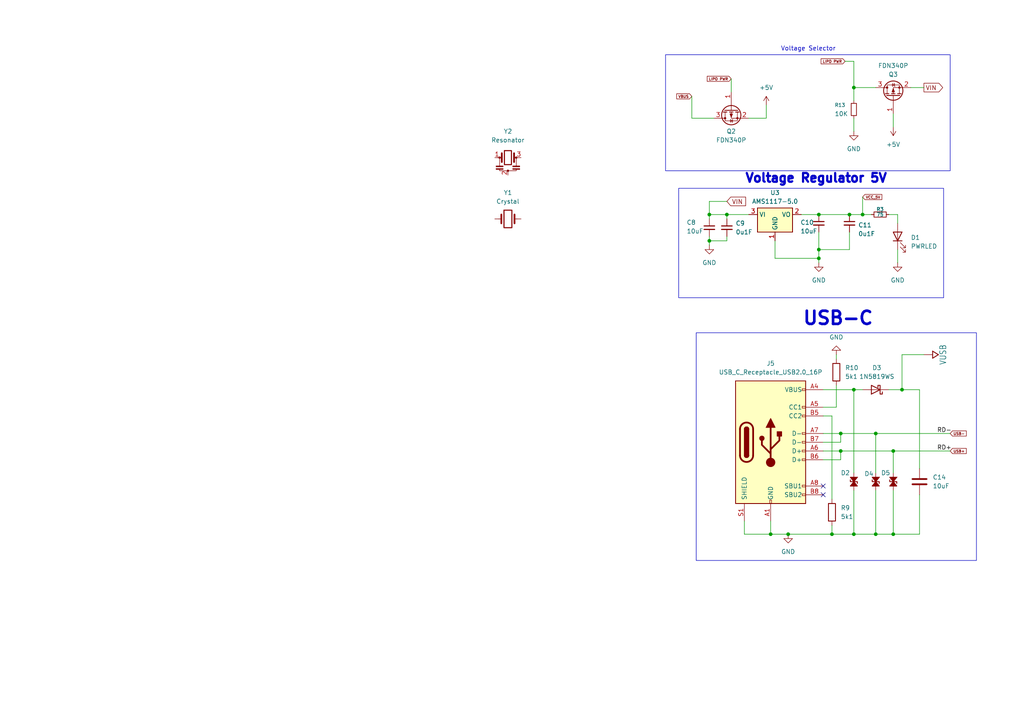
<source format=kicad_sch>
(kicad_sch (version 20250114) (generator "eeschema") (generator_version "9.0")
  (paper "A4")
  (title_block (title "T.A.C.O.S"))
  (lib_symbols
    (symbol "Connector:USB_C_Receptacle_USB2.0_16P" (pin_names (offset 1.016))
      (property "Reference" "J" (at 0 22.225 0))
      (property "Value" "USB_C_Receptacle_USB2.0_16P" (at 0 19.685 0))
      (symbol "USB_C_Receptacle_USB2.0_16P_0_0"
        (rectangle (start -0.254 -17.78) (end 0.254 -16.764))
        (rectangle (start 10.16 15.494) (end 9.144 14.986))
        (rectangle (start 10.16 10.414) (end 9.144 9.906))
        (rectangle (start 10.16 7.874) (end 9.144 7.366))
        (rectangle (start 10.16 2.794) (end 9.144 2.286))
        (rectangle (start 10.16 0.254) (end 9.144 -0.254))
        (rectangle (start 10.16 -2.286) (end 9.144 -2.794))
        (rectangle (start 10.16 -4.826) (end 9.144 -5.334))
        (rectangle (start 10.16 -12.446) (end 9.144 -12.954))
        (rectangle (start 10.16 -14.986) (end 9.144 -15.494))
      )
      (symbol "USB_C_Receptacle_USB2.0_16P_0_1"
        (rectangle (start -10.16 17.78) (end 10.16 -17.78) (stroke (width 0.254)) (fill (type background)))
        (polyline (pts (xy -8.89 -3.81) (xy -8.89 3.81)) (stroke (width 0.508)))
        (rectangle (start -7.62 -3.81) (end -6.35 3.81) (stroke (width 0.254)) (fill (type outline)))
        (arc (start -7.62 3.81) (mid -6.985 4.4423) (end -6.35 3.81) (stroke (width 0.254)))
        (arc (start -7.62 3.81) (mid -6.985 4.4423) (end -6.35 3.81) (stroke (width 0.254)) (fill (type outline)))
        (arc (start -8.89 3.81) (mid -6.985 5.7067) (end -5.08 3.81) (stroke (width 0.508)))
        (arc (start -5.08 -3.81) (mid -6.985 -5.7067) (end -8.89 -3.81) (stroke (width 0.508)))
        (arc (start -6.35 -3.81) (mid -6.985 -4.4423) (end -7.62 -3.81) (stroke (width 0.254)))
        (arc (start -6.35 -3.81) (mid -6.985 -4.4423) (end -7.62 -3.81) (stroke (width 0.254)) (fill (type outline)))
        (polyline (pts (xy -5.08 3.81) (xy -5.08 -3.81)) (stroke (width 0.508)))
        (circle (center -2.54 1.143) (radius 0.635) (stroke (width 0.254)) (fill (type outline)))
        (polyline (pts (xy -1.27 4.318) (xy 0 6.858) (xy 1.27 4.318) (xy -1.27 4.318)) (stroke (width 0.254)) (fill (type outline)))
        (polyline (pts (xy 0 -2.032) (xy 2.54 0.508) (xy 2.54 1.778)) (stroke (width 0.508)))
        (polyline (pts (xy 0 -3.302) (xy -2.54 -0.762) (xy -2.54 0.508)) (stroke (width 0.508)))
        (polyline (pts (xy 0 -5.842) (xy 0 4.318)) (stroke (width 0.508)))
        (circle (center 0 -5.842) (radius 1.27) (fill (type outline)))
        (rectangle (start 1.905 1.778) (end 3.175 3.048) (stroke (width 0.254)) (fill (type outline)))
      )
      (symbol "USB_C_Receptacle_USB2.0_16P_1_1"
        (pin passive line (at -7.62 -22.86 90) (length 5.08) (name "SHIELD") (number "S1"))
        (pin passive line (at 0 -22.86 90) (length 5.08) (name "GND") (number "A1"))
        (pin passive line (at 0 -22.86 90) (length 5.08) (hide yes) (name "GND") (number "A12"))
        (pin passive line (at 0 -22.86 90) (length 5.08) (hide yes) (name "GND") (number "B1"))
        (pin passive line (at 0 -22.86 90) (length 5.08) (hide yes) (name "GND") (number "B12"))
        (pin passive line (at 15.24 15.24 180) (length 5.08) (name "VBUS") (number "A4"))
        (pin passive line (at 15.24 15.24 180) (length 5.08) (hide yes) (name "VBUS") (number "A9"))
        (pin passive line (at 15.24 15.24 180) (length 5.08) (hide yes) (name "VBUS") (number "B4"))
        (pin passive line (at 15.24 15.24 180) (length 5.08) (hide yes) (name "VBUS") (number "B9"))
        (pin bidirectional line (at 15.24 10.16 180) (length 5.08) (name "CC1") (number "A5"))
        (pin bidirectional line (at 15.24 7.62 180) (length 5.08) (name "CC2") (number "B5"))
        (pin bidirectional line (at 15.24 2.54 180) (length 5.08) (name "D-") (number "A7"))
        (pin bidirectional line (at 15.24 0 180) (length 5.08) (name "D-") (number "B7"))
        (pin bidirectional line (at 15.24 -2.54 180) (length 5.08) (name "D+") (number "A6"))
        (pin bidirectional line (at 15.24 -5.08 180) (length 5.08) (name "D+") (number "B6"))
        (pin bidirectional line (at 15.24 -12.7 180) (length 5.08) (name "SBU1") (number "A8"))
        (pin bidirectional line (at 15.24 -15.24 180) (length 5.08) (name "SBU2") (number "B8"))
      )
    )
    (symbol "Device:C" (pin_numbers (hide yes)) (pin_names (offset 0.254))
      (property "Reference" "C" (at 0.635 2.54 0))
      (property "Value" "C" (at 0.635 -2.54 0))
      (symbol "C_0_1"
        (polyline (pts (xy -2.032 0.762) (xy 2.032 0.762)) (stroke (width 0.508)))
        (polyline (pts (xy -2.032 -0.762) (xy 2.032 -0.762)) (stroke (width 0.508)))
      )
      (symbol "C_1_1"
        (pin passive line (at 0 3.81 270) (length 2.794) (name "~") (number "1"))
        (pin passive line (at 0 -3.81 90) (length 2.794) (name "~") (number "2"))
      )
    )
    (symbol "Device:C_Small" (pin_numbers (hide yes)) (pin_names (offset 0.254) (hide yes))
      (property "Reference" "C" (at 0.254 1.778 0))
      (property "Value" "C_Small" (at 0.254 -2.032 0))
      (symbol "C_Small_0_1"
        (polyline (pts (xy -1.524 0.508) (xy 1.524 0.508)) (stroke (width 0.3048)))
        (polyline (pts (xy -1.524 -0.508) (xy 1.524 -0.508)) (stroke (width 0.3302)))
      )
      (symbol "C_Small_1_1"
        (pin passive line (at 0 2.54 270) (length 2.032) (name "~") (number "1"))
        (pin passive line (at 0 -2.54 90) (length 2.032) (name "~") (number "2"))
      )
    )
    (symbol "Device:Crystal" (pin_numbers (hide yes)) (pin_names (offset 1.016) (hide yes))
      (property "Reference" "Y" (at 0 3.81 0))
      (property "Value" "Crystal" (at 0 -3.81 0))
      (symbol "Crystal_0_1"
        (polyline (pts (xy -2.54 0) (xy -1.905 0)))
        (polyline (pts (xy -1.905 -1.27) (xy -1.905 1.27)) (stroke (width 0.508)))
        (rectangle (start -1.143 2.54) (end 1.143 -2.54) (stroke (width 0.3048)))
        (polyline (pts (xy 1.905 -1.27) (xy 1.905 1.27)) (stroke (width 0.508)))
        (polyline (pts (xy 2.54 0) (xy 1.905 0)))
      )
      (symbol "Crystal_1_1"
        (pin passive line (at -3.81 0 0) (length 1.27) (name "1") (number "1"))
        (pin passive line (at 3.81 0 180) (length 1.27) (name "2") (number "2"))
      )
    )
    (symbol "Device:D_TVS_Small_Filled" (pin_numbers (hide yes)) (pin_names (offset 1.016) (hide yes))
      (property "Reference" "D" (at 0 2.54 0))
      (property "Value" "D_TVS_Small_Filled" (at 0 -2.54 0))
      (symbol "D_TVS_Small_Filled_0_1"
        (polyline (pts (xy -1.27 0) (xy 1.27 0)))
        (polyline (pts (xy 0.508 1.016) (xy 0 1.016) (xy 0 -1.016) (xy -0.508 -1.016)) (stroke (width 0.254)))
      )
      (symbol "D_TVS_Small_Filled_1_1"
        (polyline (pts (xy -1.27 1.016) (xy -1.27 -1.016) (xy 0 0) (xy -1.27 1.016)) (stroke (width 0.254)) (fill (type outline)))
        (polyline (pts (xy 0 0) (xy 1.27 1.016) (xy 1.27 -1.016) (xy 0 0)) (stroke (width 0.254)) (fill (type outline)))
        (pin passive line (at -2.54 0 0) (length 1.27) (name "A1") (number "1"))
        (pin passive line (at 2.54 0 180) (length 1.27) (name "A2") (number "2"))
      )
    )
    (symbol "Device:LED" (pin_numbers (hide yes)) (pin_names (offset 1.016) (hide yes))
      (property "Reference" "D" (at 0 2.54 0))
      (property "Value" "LED" (at 0 -2.54 0))
      (symbol "LED_0_1"
        (polyline (pts (xy -3.048 -0.762) (xy -4.572 -2.286) (xy -3.81 -2.286) (xy -4.572 -2.286) (xy -4.572 -1.524)))
        (polyline (pts (xy -1.778 -0.762) (xy -3.302 -2.286) (xy -2.54 -2.286) (xy -3.302 -2.286) (xy -3.302 -1.524)))
        (polyline (pts (xy -1.27 0) (xy 1.27 0)))
        (polyline (pts (xy -1.27 -1.27) (xy -1.27 1.27)) (stroke (width 0.254)))
        (polyline (pts (xy 1.27 -1.27) (xy 1.27 1.27) (xy -1.27 0) (xy 1.27 -1.27)) (stroke (width 0.254)))
      )
      (symbol "LED_1_1"
        (pin passive line (at -3.81 0 0) (length 2.54) (name "K") (number "1"))
        (pin passive line (at 3.81 0 180) (length 2.54) (name "A") (number "2"))
      )
    )
    (symbol "Device:R" (pin_numbers (hide yes)) (pin_names (offset 0))
      (property "Reference" "R" (at 2.032 0 90))
      (property "Value" "R" (at 0 0 90))
      (symbol "R_0_1"
        (rectangle (start -1.016 -2.54) (end 1.016 2.54) (stroke (width 0.254)))
      )
      (symbol "R_1_1"
        (pin passive line (at 0 3.81 270) (length 1.27) (name "~") (number "1"))
        (pin passive line (at 0 -3.81 90) (length 1.27) (name "~") (number "2"))
      )
    )
    (symbol "Device:R_Small" (pin_numbers (hide yes)) (pin_names (offset 0.254) (hide yes))
      (property "Reference" "R" (at 0 0 90))
      (property "Value" "R_Small" (at 1.778 0 90))
      (symbol "R_Small_0_1"
        (rectangle (start -0.762 1.778) (end 0.762 -1.778) (stroke (width 0.2032)))
      )
      (symbol "R_Small_1_1"
        (pin passive line (at 0 2.54 270) (length 0.762) (name "~") (number "1"))
        (pin passive line (at 0 -2.54 90) (length 0.762) (name "~") (number "2"))
      )
    )
    (symbol "Device:Resonator" (pin_names (offset 1.016) (hide yes))
      (property "Reference" "Y" (at 0 5.715 0))
      (property "Value" "Resonator" (at 0 3.81 0))
      (symbol "Resonator_0_1"
        (rectangle (start -3.429 -2.413) (end -1.397 -2.667) (fill (type outline)))
        (rectangle (start -3.429 -3.175) (end -1.397 -3.429) (fill (type outline)))
        (circle (center -2.413 0) (radius 0.254) (fill (type outline)))
        (polyline (pts (xy -2.413 -2.413) (xy -2.413 0)))
        (polyline (pts (xy -1.905 0) (xy -3.175 0)))
        (polyline (pts (xy -1.778 -1.27) (xy -1.778 1.27)) (stroke (width 0.508)))
        (rectangle (start -1.016 2.032) (end 1.016 -2.032) (stroke (width 0.3048)))
        (circle (center 0 -3.81) (radius 0.254) (fill (type outline)))
        (rectangle (start 1.397 -2.413) (end 3.429 -2.667) (fill (type outline)))
        (rectangle (start 1.397 -3.175) (end 3.429 -3.429) (fill (type outline)))
        (polyline (pts (xy 1.778 -1.27) (xy 1.778 1.27)) (stroke (width 0.508)))
        (polyline (pts (xy 1.905 0) (xy 2.54 0)))
        (polyline (pts (xy 2.413 0) (xy 2.413 -2.54)))
        (circle (center 2.413 0) (radius 0.254) (fill (type outline)))
        (polyline (pts (xy 2.413 -3.302) (xy 2.413 -3.81) (xy -2.413 -3.81) (xy -2.413 -3.302)))
      )
      (symbol "Resonator_1_1"
        (pin passive line (at -3.81 0 0) (length 1.27) (name "1") (number "1"))
        (pin passive line (at 0 -5.08 90) (length 1.27) (name "2") (number "2"))
        (pin passive line (at 3.81 0 180) (length 1.27) (name "3") (number "3"))
      )
    )
    (symbol "Diode:1N5819WS" (pin_numbers (hide yes)) (pin_names (offset 1.016) (hide yes))
      (property "Reference" "D" (at 0 2.54 0))
      (property "Value" "1N5819WS" (at 0 -2.54 0))
      (symbol "1N5819WS_0_1"
        (polyline (pts (xy -1.905 0.635) (xy -1.905 1.27) (xy -1.27 1.27) (xy -1.27 -1.27) (xy -0.635 -1.27) (xy -0.635 -0.635)) (stroke (width 0.254)))
        (polyline (pts (xy 1.27 1.27) (xy 1.27 -1.27) (xy -1.27 0) (xy 1.27 1.27)) (stroke (width 0.254)))
        (polyline (pts (xy 1.27 0) (xy -1.27 0)))
      )
      (symbol "1N5819WS_1_1"
        (pin passive line (at -3.81 0 0) (length 2.54) (name "K") (number "1"))
        (pin passive line (at 3.81 0 180) (length 2.54) (name "A") (number "2"))
      )
    )
    (symbol "Micro_Rev1j-eagle-import:VUSB" (power)
      (symbol "VUSB_1_0"
        (polyline (pts (xy -1.016 0) (xy 1.016 0)) (stroke (width 0.254)))
        (polyline (pts (xy 0 1.651) (xy -1.016 0)) (stroke (width 0.254)))
        (polyline (pts (xy 1.016 0) (xy 0 1.651)) (stroke (width 0.254)))
        (pin power_in line (at 0 -2.54 90) (length 2.54) (name "VUSB") (number "1"))
      )
    )
    (symbol "Regulator_Linear:AMS1117-5.0"
      (property "Reference" "U" (at -3.81 3.175 0))
      (property "Value" "AMS1117-5.0" (at 0 3.175 0))
      (symbol "AMS1117-5.0_0_1"
        (rectangle (start -5.08 -5.08) (end 5.08 1.905) (stroke (width 0.254)) (fill (type background)))
      )
      (symbol "AMS1117-5.0_1_1"
        (pin power_in line (at -7.62 0 0) (length 2.54) (name "VI") (number "3"))
        (pin power_in line (at 0 -7.62 90) (length 2.54) (name "GND") (number "1"))
        (pin power_out line (at 7.62 0 180) (length 2.54) (name "VO") (number "2"))
      )
    )
    (symbol "Transistor_FET:FDN340P" (pin_names (hide yes))
      (property "Reference" "Q" (at 5.08 1.905 0))
      (property "Value" "FDN340P" (at 5.08 0 0))
      (symbol "FDN340P_0_1"
        (polyline (pts (xy 0.254 1.905) (xy 0.254 -1.905)) (stroke (width 0.254)))
        (polyline (pts (xy 0.254 0) (xy -2.54 0)))
        (polyline (pts (xy 0.762 2.286) (xy 0.762 1.27)) (stroke (width 0.254)))
        (polyline (pts (xy 0.762 1.778) (xy 3.302 1.778) (xy 3.302 -1.778) (xy 0.762 -1.778)))
        (polyline (pts (xy 0.762 0.508) (xy 0.762 -0.508)) (stroke (width 0.254)))
        (polyline (pts (xy 0.762 -1.27) (xy 0.762 -2.286)) (stroke (width 0.254)))
        (circle (center 1.651 0) (radius 2.794) (stroke (width 0.254)))
        (polyline (pts (xy 2.286 0) (xy 1.27 0.381) (xy 1.27 -0.381) (xy 2.286 0)) (fill (type outline)))
        (polyline (pts (xy 2.54 2.54) (xy 2.54 1.778)))
        (circle (center 2.54 1.778) (radius 0.254) (fill (type outline)))
        (circle (center 2.54 -1.778) (radius 0.254) (fill (type outline)))
        (polyline (pts (xy 2.54 -2.54) (xy 2.54 0) (xy 0.762 0)))
        (polyline (pts (xy 2.794 -0.508) (xy 2.921 -0.381) (xy 3.683 -0.381) (xy 3.81 -0.254)))
        (polyline (pts (xy 3.302 -0.381) (xy 2.921 0.254) (xy 3.683 0.254) (xy 3.302 -0.381)))
      )
      (symbol "FDN340P_1_1"
        (pin input line (at -5.08 0 0) (length 2.54) (name "G") (number "1"))
        (pin passive line (at 2.54 5.08 270) (length 2.54) (name "D") (number "3"))
        (pin passive line (at 2.54 -5.08 90) (length 2.54) (name "S") (number "2"))
      )
    )
    (symbol "power:+5V" (power) (pin_numbers (hide yes)) (pin_names (offset 0) (hide yes))
      (property "Value" "+5V" (at 0 3.556 0))
      (symbol "+5V_0_1"
        (polyline (pts (xy -0.762 1.27) (xy 0 2.54)))
        (polyline (pts (xy 0 2.54) (xy 0.762 1.27)))
        (polyline (pts (xy 0 0) (xy 0 2.54)))
      )
      (symbol "+5V_1_1"
        (pin power_in line (at 0 0 90) (length 0) (name "~") (number "1"))
      )
    )
    (symbol "power:GND" (power) (pin_numbers (hide yes)) (pin_names (offset 0) (hide yes))
      (property "Value" "GND" (at 0 -3.81 0))
      (symbol "GND_0_1"
        (polyline (pts (xy 0 0) (xy 0 -1.27) (xy 1.27 -1.27) (xy 0 -2.54) (xy -1.27 -1.27) (xy 0 -1.27)))
      )
      (symbol "GND_1_1"
        (pin power_in line (at 0 0 270) (length 0) (name "~") (number "1"))
      )
    )
  )
  (rectangle (start 193.04 15.875) (end 275.59 49.53))
  (rectangle (start 196.85 54.61) (end 273.685 86.36))
  (rectangle (start 201.93 96.52) (end 283.21 162.56))
  (text "Voltage Selector\n" (at 234.442 14.224 0) (effects (font (size 1.27 1.27))))
  (text "Voltage Regulator 5V\n" (at 236.728 51.816 0) (effects (font (size 2.54 2.54) (thickness 0.762) (bold yes))))
  (text "USB-C" (at 243.078 92.456 0) (effects (font (size 3.81 3.81) (thickness 0.762) (bold yes))))
  (junction (at 246.38 62.23))
  (junction (at 241.3 154.94))
  (junction (at 243.84 125.73))
  (junction (at 247.65 154.94))
  (junction (at 254 125.73))
  (junction (at 237.49 74.93))
  (junction (at 243.84 130.81))
  (junction (at 261.62 113.03))
  (junction (at 237.49 62.23))
  (junction (at 247.65 25.4))
  (junction (at 223.52 154.94))
  (junction (at 247.65 113.03))
  (junction (at 250.19 62.23))
  (junction (at 205.74 62.23))
  (junction (at 205.74 69.85))
  (junction (at 210.82 62.23))
  (junction (at 259.08 154.94))
  (junction (at 237.49 72.39))
  (junction (at 254 154.94))
  (junction (at 259.08 130.81))
  (junction (at 228.6 154.94))
  (no_connect (at 238.76 143.51))
  (no_connect (at 238.76 140.97))
  (wire (pts (xy 237.49 74.93) (xy 237.49 76.2)))
  (wire (pts (xy 257.81 62.23) (xy 260.35 62.23)))
  (wire (pts (xy 232.41 62.23) (xy 237.49 62.23)))
  (wire (pts (xy 275.59 125.73) (xy 254 125.73)))
  (wire (pts (xy 243.84 125.73) (xy 238.76 125.73)))
  (wire (pts (xy 241.3 154.94) (xy 247.65 154.94)))
  (wire (pts (xy 267.97 102.87) (xy 261.62 102.87)))
  (wire (pts (xy 246.38 72.39) (xy 237.49 72.39)))
  (wire (pts (xy 243.84 130.81) (xy 238.76 130.81)))
  (wire (pts (xy 205.74 69.85) (xy 210.82 69.85)))
  (wire (pts (xy 247.65 113.03) (xy 250.19 113.03)))
  (wire (pts (xy 223.52 151.13) (xy 223.52 154.94)))
  (wire (pts (xy 224.79 74.93) (xy 237.49 74.93)))
  (wire (pts (xy 247.65 154.94) (xy 254 154.94)))
  (wire (pts (xy 205.74 62.23) (xy 205.74 63.5)))
  (wire (pts (xy 238.76 113.03) (xy 247.65 113.03)))
  (wire (pts (xy 238.76 128.27) (xy 243.84 128.27)))
  (wire (pts (xy 259.08 130.81) (xy 259.08 137.16)))
  (wire (pts (xy 254 154.94) (xy 259.08 154.94)))
  (wire (pts (xy 242.57 111.76) (xy 242.57 118.11)))
  (wire (pts (xy 241.3 152.4) (xy 241.3 154.94)))
  (wire (pts (xy 205.74 68.58) (xy 205.74 69.85)))
  (wire (pts (xy 266.7 113.03) (xy 261.62 113.03)))
  (wire (pts (xy 243.84 125.73) (xy 243.84 128.27)))
  (wire (pts (xy 205.74 58.42) (xy 205.74 62.23)))
  (wire (pts (xy 259.08 33.02) (xy 259.08 36.83)))
  (wire (pts (xy 266.7 135.89) (xy 266.7 113.03)))
  (wire (pts (xy 210.82 62.23) (xy 210.82 63.5)))
  (wire (pts (xy 215.9 154.94) (xy 215.9 151.13)))
  (wire (pts (xy 243.84 133.35) (xy 243.84 130.81)))
  (wire (pts (xy 247.65 113.03) (xy 247.65 137.16)))
  (wire (pts (xy 210.82 69.85) (xy 210.82 68.58)))
  (wire (pts (xy 247.65 142.24) (xy 247.65 154.94)))
  (wire (pts (xy 254 125.73) (xy 243.84 125.73)))
  (wire (pts (xy 210.82 58.42) (xy 205.74 58.42)))
  (wire (pts (xy 215.9 154.94) (xy 223.52 154.94)))
  (wire (pts (xy 261.62 113.03) (xy 257.81 113.03)))
  (wire (pts (xy 200.66 34.29) (xy 200.66 27.94)))
  (wire (pts (xy 241.3 144.78) (xy 241.3 120.65)))
  (wire (pts (xy 247.65 25.4) (xy 247.65 29.21)))
  (wire (pts (xy 264.16 25.4) (xy 267.97 25.4)))
  (wire (pts (xy 259.08 130.81) (xy 243.84 130.81)))
  (wire (pts (xy 266.7 154.94) (xy 266.7 143.51)))
  (wire (pts (xy 260.35 62.23) (xy 260.35 64.77)))
  (wire (pts (xy 250.19 62.23) (xy 250.19 57.15)))
  (wire (pts (xy 259.08 154.94) (xy 266.7 154.94)))
  (wire (pts (xy 242.57 118.11) (xy 238.76 118.11)))
  (wire (pts (xy 205.74 62.23) (xy 210.82 62.23)))
  (wire (pts (xy 247.65 25.4) (xy 254 25.4)))
  (wire (pts (xy 259.08 142.24) (xy 259.08 154.94)))
  (wire (pts (xy 242.57 102.87) (xy 242.57 104.14)))
  (wire (pts (xy 237.49 67.31) (xy 237.49 72.39)))
  (wire (pts (xy 261.62 102.87) (xy 261.62 113.03)))
  (wire (pts (xy 222.25 30.48) (xy 222.25 34.29)))
  (wire (pts (xy 250.19 62.23) (xy 252.73 62.23)))
  (wire (pts (xy 224.79 69.85) (xy 224.79 74.93)))
  (wire (pts (xy 212.09 22.86) (xy 212.09 26.67)))
  (wire (pts (xy 275.59 130.81) (xy 259.08 130.81)))
  (wire (pts (xy 247.65 17.78) (xy 247.65 25.4)))
  (wire (pts (xy 245.11 17.78) (xy 247.65 17.78)))
  (wire (pts (xy 237.49 72.39) (xy 237.49 74.93)))
  (wire (pts (xy 246.38 67.31) (xy 246.38 72.39)))
  (wire (pts (xy 223.52 154.94) (xy 228.6 154.94)))
  (wire (pts (xy 238.76 133.35) (xy 243.84 133.35)))
  (wire (pts (xy 205.74 69.85) (xy 205.74 71.12)))
  (wire (pts (xy 210.82 62.23) (xy 217.17 62.23)))
  (wire (pts (xy 207.01 34.29) (xy 200.66 34.29)))
  (wire (pts (xy 254 142.24) (xy 254 154.94)))
  (wire (pts (xy 247.65 34.29) (xy 247.65 38.1)))
  (wire (pts (xy 260.35 72.39) (xy 260.35 76.2)))
  (wire (pts (xy 254 125.73) (xy 254 137.16)))
  (wire (pts (xy 228.6 154.94) (xy 241.3 154.94)))
  (wire (pts (xy 241.3 120.65) (xy 238.76 120.65)))
  (wire (pts (xy 217.17 34.29) (xy 222.25 34.29)))
  (wire (pts (xy 237.49 62.23) (xy 246.38 62.23)))
  (wire (pts (xy 246.38 62.23) (xy 250.19 62.23)))
  (label "RD-" (at 271.78 125.73 0) (effects (font (size 1.2446 1.2446))))
  (label "RD+" (at 271.78 130.81 0) (effects (font (size 1.2446 1.2446))))
  (global_label "VIN" (shape input) (at 210.82 58.42 0) (property "Intersheetrefs" "${INTERSHEET_REFS}" (effects (hide yes))))
  (global_label "VCC_5V" (shape input) (at 250.19 57.15 0) (effects (font (size 0.762 0.762))) (property "Intersheetrefs" "${INTERSHEET_REFS}" (effects (hide yes))))
  (global_label "USB-" (shape input) (at 275.59 125.73 0) (effects (font (size 0.762 0.762))) (property "Intersheetrefs" "${INTERSHEET_REFS}" (effects (hide yes))))
  (global_label "VBUS" (shape input) (at 200.66 27.94 180) (effects (font (size 0.762 0.762))) (property "Intersheetrefs" "${INTERSHEET_REFS}" (effects (hide yes))))
  (global_label "LIPO PWR" (shape input) (at 245.11 17.78 180) (effects (font (size 0.762 0.762))) (property "Intersheetrefs" "${INTERSHEET_REFS}" (effects (hide yes))))
  (global_label "LIPO PWR" (shape input) (at 212.09 22.86 180) (effects (font (size 0.762 0.762))) (property "Intersheetrefs" "${INTERSHEET_REFS}" (effects (hide yes))))
  (global_label "USB+" (shape input) (at 275.59 130.81 0) (effects (font (size 0.762 0.762))) (property "Intersheetrefs" "${INTERSHEET_REFS}" (effects (hide yes))))
  (global_label "VIN" (shape output) (at 267.97 25.4 0) (property "Intersheetrefs" "${INTERSHEET_REFS}" (effects (hide yes))))
  (symbol (lib_id "Device:Resonator") (at 147.32 45.72 0) (unit 1)
    (property "Reference" "Y2" (at 147.32 38.1 0))
    (property "Value" "Resonator" (at 147.32 40.64 0))
    (property "Description" "Three pin ceramic resonator" (effects (hide yes)))
  )
  (symbol (lib_id "Device:R") (at 242.57 107.95 180) (unit 1)
    (property "Reference" "R10" (at 245.11 106.6799 0) (effects (justify right)))
    (property "Value" "5k1" (at 245.11 109.2199 0) (effects (justify right)))
    (property "Footprint" "Resistor_SMD:R_0402_1005Metric" (effects (hide yes)))
    (property "Description" "Resistor" (effects (hide yes)))
  )
  (symbol (lib_id "Transistor_FET:FDN340P") (at 259.08 27.94 90) (unit 1)
    (property "Reference" "Q3" (at 259.08 21.59 90))
    (property "Value" "FDN340P" (at 259.08 19.05 90))
    (property "Footprint" "Package_TO_SOT_SMD:SOT-23" (effects (hide yes)))
    (property "Datasheet" "https://www.onsemi.com/pub/Collateral/FDN340P-D.PDF" (effects (hide yes)))
    (property "Description" "-2A Id, -20V Vds, P-Channel MOSFET, 70mOhm Ron, SOT-23" (effects (hide yes)))
  )
  (symbol (lib_id "power:GND") (at 205.74 71.12 0) (unit 1)
    (property "Reference" "#PWR08" (effects (hide yes)))
    (property "Value" "GND" (at 205.74 76.2 0))
    (property "Description" "Power symbol creates a global label with name \"GND\" , ground" (effects (hide yes)))
  )
  (symbol (lib_id "Connector:USB_C_Receptacle_USB2.0_16P") (at 223.52 128.27 0) (unit 1)
    (property "Reference" "J5" (at 223.52 105.41 0))
    (property "Value" "USB_C_Receptacle_USB2.0_16P" (at 223.52 107.95 0))
    (property "Footprint" "Connector_USB:USB_C_Receptacle_GCT_USB4085" (effects (hide yes)))
    (property "Datasheet" "https://www.usb.org/sites/default/files/documents/usb_type-c.zip" (effects (hide yes)))
    (property "Description" "USB 2.0-only 16P Type-C Receptacle connector" (effects (hide yes)))
  )
  (symbol (lib_id "power:+5V") (at 222.25 30.48 0) (unit 1)
    (property "Reference" "#PWR022" (effects (hide yes)))
    (property "Value" "+5V" (at 222.25 25.4 0))
    (property "Description" "Power symbol creates a global label with name \"+5V\"" (effects (hide yes)))
  )
  (symbol (lib_id "Device:C_Small") (at 205.74 66.04 0) (unit 1)
    (property "Reference" "C8" (at 199.136 64.516 0) (effects (justify left)))
    (property "Value" "10uF" (at 199.136 67.056 0) (effects (justify left)))
    (property "Footprint" "Capacitor_SMD:C_0603_1608Metric" (effects (hide yes)))
    (property "Description" "Unpolarized capacitor, small symbol" (effects (hide yes)))
  )
  (symbol (lib_id "power:GND") (at 247.65 38.1 0) (unit 1)
    (property "Reference" "#PWR024" (effects (hide yes)))
    (property "Value" "GND" (at 247.65 43.18 0))
    (property "Description" "Power symbol creates a global label with name \"GND\" , ground" (effects (hide yes)))
  )
  (symbol (lib_id "power:+5V") (at 259.08 36.83 180) (unit 1)
    (property "Reference" "#PWR023" (effects (hide yes)))
    (property "Value" "+5V" (at 259.08 41.91 0))
    (property "Description" "Power symbol creates a global label with name \"+5V\"" (effects (hide yes)))
  )
  (symbol (lib_id "Device:C_Small") (at 210.82 66.04 0) (unit 1)
    (property "Reference" "C9" (at 213.36 64.7762 0) (effects (justify left)))
    (property "Value" "0u1F" (at 213.36 67.3162 0) (effects (justify left)))
    (property "Footprint" "Capacitor_SMD:C_0402_1005Metric" (effects (hide yes)))
    (property "Description" "Unpolarized capacitor, small symbol" (effects (hide yes)))
  )
  (symbol (lib_id "Device:R_Small") (at 247.65 31.75 0) (unit 1)
    (property "Reference" "R13" (at 242.062 30.48 0) (effects (font (size 1.016 1.016)) (justify left)))
    (property "Value" "10K" (at 242.062 33.02 0) (effects (justify left)))
    (property "Footprint" "Resistor_SMD:R_0603_1608Metric" (effects (hide yes)))
    (property "Description" "Resistor, small symbol" (effects (hide yes)))
  )
  (symbol (lib_id "Device:C") (at 266.7 139.7 0) (unit 1)
    (property "Reference" "C14" (at 270.51 138.4299 0) (effects (justify left)))
    (property "Value" "10uF" (at 270.51 140.9699 0) (effects (justify left)))
    (property "Footprint" "Capacitor_SMD:C_0603_1608Metric" (effects (hide yes)))
    (property "Description" "Unpolarized capacitor" (effects (hide yes)))
  )
  (symbol (lib_id "power:GND") (at 260.35 76.2 0) (unit 1)
    (property "Reference" "#PWR010" (effects (hide yes)))
    (property "Value" "GND" (at 260.35 81.28 0))
    (property "Description" "Power symbol creates a global label with name \"GND\" , ground" (effects (hide yes)))
  )
  (symbol (lib_id "Device:D_TVS_Small_Filled") (at 254 139.7 270) (unit 1)
    (property "Reference" "D4" (at 250.698 137.414 90) (effects (justify left)))
    (property "Value" "D_TVS_Small_Filled" (effects (hide yes)))
    (property "Footprint" "Diode_SMD:D_0603_1608Metric" (effects (hide yes)))
    (property "Description" "Bidirectional transient-voltage-suppression diode, small symbol, filled shape" (effects (hide yes)))
  )
  (symbol (lib_id "Transistor_FET:FDN340P") (at 212.09 31.75 90) (mirror x) (unit 1)
    (property "Reference" "Q2" (at 212.09 38.1 90))
    (property "Value" "FDN340P" (at 212.09 40.64 90))
    (property "Footprint" "Package_TO_SOT_SMD:SOT-23" (effects (hide yes)))
    (property "Datasheet" "https://www.onsemi.com/pub/Collateral/FDN340P-D.PDF" (effects (hide yes)))
    (property "Description" "-2A Id, -20V Vds, P-Channel MOSFET, 70mOhm Ron, SOT-23" (effects (hide yes)))
  )
  (symbol (lib_id "Device:R") (at 241.3 148.59 0) (unit 1)
    (property "Reference" "R9" (at 243.84 147.3199 0) (effects (justify left)))
    (property "Value" "5k1" (at 243.84 149.8599 0) (effects (justify left)))
    (property "Footprint" "Resistor_SMD:R_0402_1005Metric" (effects (hide yes)))
    (property "Description" "Resistor" (effects (hide yes)))
  )
  (symbol (lib_id "power:GND") (at 228.6 154.94 0) (unit 1)
    (property "Reference" "#PWR01" (effects (hide yes)))
    (property "Value" "GND" (at 228.6 160.02 0))
    (property "Description" "Power symbol creates a global label with name \"GND\" , ground" (effects (hide yes)))
  )
  (symbol (lib_id "Device:R_Small") (at 255.27 62.23 90) (unit 1)
    (property "Reference" "R3" (at 255.27 60.706 90) (effects (font (size 1.016 1.016))))
    (property "Value" "75" (at 255.27 62.23 90) (effects (font (size 1.016 1.016))))
    (property "Footprint" "Resistor_SMD:R_0603_1608Metric" (effects (hide yes)))
    (property "Description" "Resistor, small symbol" (effects (hide yes)))
  )
  (symbol (lib_id "Regulator_Linear:AMS1117-5.0") (at 224.79 62.23 0) (unit 1)
    (property "Reference" "U3" (at 224.79 55.88 0))
    (property "Value" "AMS1117-5.0" (at 224.79 58.42 0))
    (property "Footprint" "Package_TO_SOT_SMD:SOT-223-3_TabPin2" (effects (hide yes)))
    (property "Datasheet" "http://www.advanced-monolithic.com/pdf/ds1117.pdf" (effects (hide yes)))
    (property "Description" "1A Low Dropout regulator, positive, 5.0V fixed output, SOT-223" (effects (hide yes)))
  )
  (symbol (lib_id "Device:D_TVS_Small_Filled") (at 247.65 139.7 270) (unit 1)
    (property "Reference" "D2" (at 243.84 137.16 90) (effects (justify left)))
    (property "Value" "D_TVS_Small_Filled" (effects (hide yes)))
    (property "Footprint" "Diode_SMD:D_0603_1608Metric" (effects (hide yes)))
    (property "Description" "Bidirectional transient-voltage-suppression diode, small symbol, filled shape" (effects (hide yes)))
  )
  (symbol (lib_id "Diode:1N5819WS") (at 254 113.03 180) (unit 1)
    (property "Reference" "D3" (at 254.3175 106.68 0))
    (property "Value" "1N5819WS" (at 254.3175 109.22 0))
    (property "Footprint" "Diode_SMD:D_SOD-323" (effects (hide yes)))
    (property "Datasheet" "https://datasheet.lcsc.com/lcsc/2204281430_Guangdong-Hottech-1N5819WS_C191023.pdf" (effects (hide yes)))
    (property "Description" "40V 600mV@1A 1A SOD-323 Schottky Barrier Diodes, SOD-323" (effects (hide yes)))
  )
  (symbol (lib_id "Device:D_TVS_Small_Filled") (at 259.08 139.7 270) (unit 1)
    (property "Reference" "D5" (at 255.524 137.16 90) (effects (justify left)))
    (property "Value" "D_TVS_Small_Filled" (effects (hide yes)))
    (property "Footprint" "Diode_SMD:D_0603_1608Metric" (effects (hide yes)))
    (property "Description" "Bidirectional transient-voltage-suppression diode, small symbol, filled shape" (effects (hide yes)))
  )
  (symbol (lib_id "Device:Crystal") (at 147.32 63.5 0) (unit 1)
    (property "Reference" "Y1" (at 147.32 55.88 0))
    (property "Value" "Crystal" (at 147.32 58.42 0))
    (property "Footprint" "Crystal:Crystal_HC49-4H_Vertical" (effects (hide yes)))
    (property "Description" "Two pin crystal" (effects (hide yes)))
  )
  (symbol (lib_id "power:GND") (at 242.57 102.87 180) (unit 1)
    (property "Reference" "#PWR02" (effects (hide yes)))
    (property "Value" "GND" (at 242.57 97.79 0))
    (property "Description" "Power symbol creates a global label with name \"GND\" , ground" (effects (hide yes)))
  )
  (symbol (lib_id "Device:C_Small") (at 237.49 64.77 0) (unit 1)
    (property "Reference" "C10" (at 232.156 64.516 0) (effects (justify left)))
    (property "Value" "10uF" (at 232.156 67.056 0) (effects (justify left)))
    (property "Footprint" "Capacitor_SMD:C_0603_1608Metric" (effects (hide yes)))
    (property "Description" "Unpolarized capacitor, small symbol" (effects (hide yes)))
  )
  (symbol (lib_id "Micro_Rev1j-eagle-import:VUSB") (at 270.51 102.87 270) (unit 1)
    (property "Reference" "#U$016" (effects (hide yes)))
    (property "Value" "VUSB" (at 272.542 99.822 0) (effects (font (size 1.778 1.5113)) (justify left bottom)))
  )
  (symbol (lib_id "Device:LED") (at 260.35 68.58 90) (unit 1)
    (property "Reference" "D1" (at 264.16 68.8974 90) (effects (justify right)))
    (property "Value" "PWRLED" (at 264.16 71.4374 90) (effects (justify right)))
    (property "Footprint" "LED_SMD:LED_0603_1608Metric" (effects (hide yes)))
    (property "Description" "Light emitting diode" (effects (hide yes)))
    (property "Sim.Pins" "1=K 2=A" (effects (hide yes)))
  )
  (symbol (lib_id "Device:C_Small") (at 246.38 64.77 0) (unit 1)
    (property "Reference" "C11" (at 248.92 65.278 0) (effects (justify left)))
    (property "Value" "0u1F" (at 248.92 67.818 0) (effects (justify left)))
    (property "Footprint" "Capacitor_SMD:C_0402_1005Metric" (effects (hide yes)))
    (property "Description" "Unpolarized capacitor, small symbol" (effects (hide yes)))
  )
  (symbol (lib_id "power:GND") (at 237.49 76.2 0) (unit 1)
    (property "Reference" "#PWR09" (effects (hide yes)))
    (property "Value" "GND" (at 237.49 81.28 0))
    (property "Description" "Power symbol creates a global label with name \"GND\" , ground" (effects (hide yes)))
  )
)
</source>
